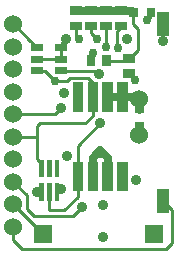
<source format=gbr>
G04 start of page 2 for group 0 idx 0 *
G04 Title: (unknown), top *
G04 Creator: pcb 1.99z *
G04 CreationDate: Mon 24 Mar 2014 02:43:36 PM GMT UTC *
G04 For: ben *
G04 Format: Gerber/RS-274X *
G04 PCB-Dimensions (mil): 6000.00 5000.00 *
G04 PCB-Coordinate-Origin: lower left *
%MOIN*%
%FSLAX25Y25*%
%LNTOP*%
%ADD26C,0.0380*%
%ADD25C,0.0350*%
%ADD24C,0.0130*%
%ADD23C,0.0200*%
%ADD22C,0.0360*%
%ADD21R,0.0240X0.0240*%
%ADD20R,0.0157X0.0157*%
%ADD19R,0.0354X0.0354*%
%ADD18R,0.0276X0.0276*%
%ADD17R,0.0400X0.0400*%
%ADD16R,0.0295X0.0295*%
%ADD15C,0.0001*%
%ADD14C,0.0600*%
%ADD13C,0.0300*%
%ADD12C,0.0250*%
%ADD11C,0.0100*%
G54D11*X171000Y479441D02*Y477000D01*
G54D12*X166000Y484559D02*X184441D01*
G54D11*X171000Y477000D02*X173000Y475000D01*
X176000Y472500D02*Y479441D01*
X181000D02*Y479000D01*
X179500Y477500D01*
Y472500D01*
X180000Y472000D01*
X176059Y467941D02*X182823D01*
X186500Y478500D02*Y471618D01*
G54D12*X184441Y484559D02*X185000Y484000D01*
G54D11*X195000Y474500D02*Y480000D01*
X186500Y478500D02*X185000Y480000D01*
Y484000D01*
X190953D02*Y482953D01*
X189500Y481500D02*X190953Y482953D01*
X157000Y418000D02*X162000D01*
X166500Y422500D01*
X168000Y419000D02*X165000Y416000D01*
X152000D01*
G54D12*X171539Y426262D02*Y435539D01*
X174000Y438000D01*
X176461Y426262D02*Y435539D01*
X174000Y438000D01*
G54D11*X153000Y424000D02*X154378D01*
X154441Y424063D01*
X148000Y405000D02*X196000D01*
X198000Y407000D01*
Y418000D01*
X195000Y421000D01*
X171539Y449539D02*Y460461D01*
X170000Y462000D01*
X167000Y475000D02*X166000Y476000D01*
X171539Y449539D02*X169000Y447000D01*
X171500Y470500D02*Y468500D01*
X170941Y467941D01*
X164000Y462000D02*X163000Y461000D01*
X161000Y464500D02*X172500D01*
X173500Y463500D01*
X170000Y462000D02*X164000D01*
X163000Y461000D02*X159000D01*
X152800Y464500D02*X155500D01*
X159000Y461000D02*X155500Y464500D01*
X159000Y450000D02*X161000Y452000D01*
X152800Y468400D02*X161000D01*
X166500Y439500D02*X174000Y447000D01*
X166000Y476000D02*Y479441D01*
X161000Y468400D02*Y473500D01*
X162500Y475000D01*
X150600Y474500D02*X152800Y472300D01*
X152500Y472600D02*X152800Y472300D01*
X145000Y480000D02*X145100D01*
X150550Y474550D01*
X154441Y433559D02*X153000Y435000D01*
Y446000D01*
X154000Y447000D02*X153000Y446000D01*
X169000Y447000D02*X154000D01*
X145000Y442500D02*X152500D01*
X153000Y443000D01*
X145000Y450000D02*X159000D01*
X157000Y424063D02*Y418000D01*
X154441Y431937D02*Y433559D01*
X152000Y416000D02*X149500Y418500D01*
Y423000D01*
X145000Y427500D01*
Y420000D02*X155000Y410000D01*
X145000Y412500D02*Y408000D01*
X148000Y405000D01*
X166500Y422500D02*Y439500D01*
X186500Y471618D02*X183500Y468618D01*
X185500Y461500D02*X183500Y463500D01*
X182823Y467941D02*X183691Y468809D01*
G54D12*X176461Y455738D02*X186262D01*
X187000Y455000D01*
G54D13*Y451953D01*
Y446047D02*Y443000D01*
G54D14*X145000Y480000D03*
Y472500D03*
Y465000D03*
Y457500D03*
Y450000D03*
G54D15*G36*
X152000Y413000D02*Y407000D01*
X158000D01*
Y413000D01*
X152000D01*
G37*
G36*
X189000D02*Y407000D01*
X195000D01*
Y413000D01*
X189000D01*
G37*
G54D14*X145000Y442500D03*
Y435000D03*
Y427500D03*
Y420000D03*
Y412500D03*
G54D16*X175508Y484559D02*X176492D01*
X180508D02*X181492D01*
X175508Y479441D02*X176492D01*
X180508D02*X181492D01*
X176059Y468433D02*Y467449D01*
X170941Y468433D02*Y467449D01*
X170508Y484559D02*X171492D01*
X165508D02*X166492D01*
X165508Y479441D02*X166492D01*
X170508D02*X171492D01*
G54D17*X195000Y482000D02*Y478000D01*
G54D18*X190953Y484197D02*Y483803D01*
X185047Y484197D02*Y483803D01*
G54D19*X176461Y432411D02*Y426112D01*
G54D20*X154441Y426228D02*Y421898D01*
X157000Y426228D02*Y421898D01*
X159559Y426228D02*Y421898D01*
Y434102D02*Y429772D01*
X157000Y434102D02*Y429772D01*
X154441Y434102D02*Y429772D01*
G54D19*X166618Y432411D02*Y426112D01*
X171539Y432411D02*Y426112D01*
G54D16*X183008Y468618D02*X183992D01*
X183008Y463500D02*X183992D01*
G54D19*X181382Y458888D02*Y452589D01*
X176461Y458888D02*Y452589D01*
X171539Y458888D02*Y452589D01*
X166618Y458888D02*Y452589D01*
G54D18*X186803Y446047D02*X187197D01*
X186803Y451953D02*X187197D01*
G54D21*X160200Y464500D02*X161800D01*
X160200Y468400D02*X161800D01*
X160200Y472300D02*X161800D01*
X152000D02*X153600D01*
X152000Y468400D02*X153600D01*
X152000Y464500D02*X153600D01*
G54D17*X195000Y423000D02*Y419000D01*
G54D19*X181382Y432411D02*Y426112D01*
G54D22*X161000Y425000D03*
X153000Y424000D03*
X174000Y437000D03*
X162937Y436144D03*
G54D13*X185500Y461500D03*
G54D14*X187000Y443000D03*
Y455000D03*
G54D22*X186000Y428000D03*
X175000Y419953D03*
Y409000D03*
X161000Y452000D03*
X168000Y419000D03*
X174000Y447000D03*
X162500Y475000D03*
X183000D03*
G54D13*X173000D03*
X167000D03*
G54D22*X173500Y463500D03*
X162000Y457000D03*
G54D13*X159000Y461000D03*
X180000Y472000D03*
X189500Y481500D03*
G54D22*X195000Y474500D03*
G54D13*X176000Y472500D03*
X171500Y470500D03*
G54D23*G54D24*G54D25*G54D23*G54D24*G54D23*G54D24*G54D23*G54D24*G54D25*G54D26*G54D25*M02*

</source>
